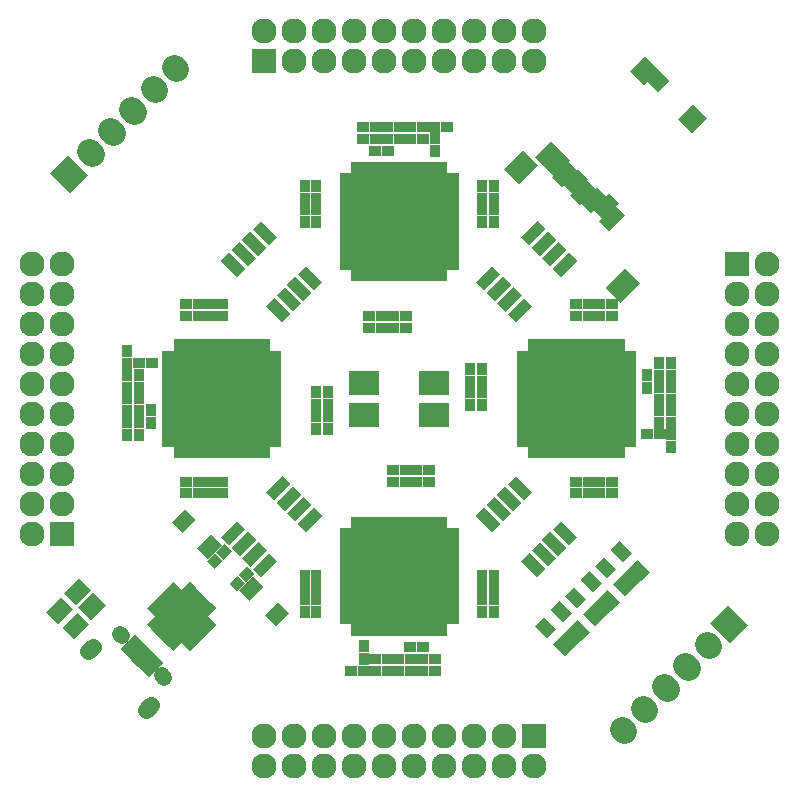
<source format=gbr>
G04 #@! TF.FileFunction,Soldermask,Top*
%FSLAX46Y46*%
G04 Gerber Fmt 4.6, Leading zero omitted, Abs format (unit mm)*
G04 Created by KiCad (PCBNEW 4.0.6-e0-6349~53~ubuntu14.04.1) date Tue Mar 21 08:09:45 2017*
%MOMM*%
%LPD*%
G01*
G04 APERTURE LIST*
%ADD10C,0.100000*%
%ADD11R,2.127200X2.127200*%
%ADD12O,2.127200X2.127200*%
%ADD13R,1.250000X0.700000*%
%ADD14R,0.700000X1.250000*%
%ADD15R,2.237500X2.237500*%
%ADD16R,0.900000X1.000000*%
%ADD17R,1.000000X0.900000*%
%ADD18R,2.500000X2.100000*%
%ADD19C,2.127200*%
%ADD20C,1.350000*%
%ADD21C,1.400000*%
G04 APERTURE END LIST*
D10*
G36*
X164823485Y-126054526D02*
X164081023Y-126796988D01*
X163048647Y-125764612D01*
X163791109Y-125022150D01*
X164823485Y-126054526D01*
X164823485Y-126054526D01*
G37*
G36*
X165495236Y-125382774D02*
X164752774Y-126125236D01*
X163720398Y-125092860D01*
X164462860Y-124350398D01*
X165495236Y-125382774D01*
X165495236Y-125382774D01*
G37*
G36*
X166166988Y-124711023D02*
X165424526Y-125453485D01*
X164392150Y-124421109D01*
X165134612Y-123678647D01*
X166166988Y-124711023D01*
X166166988Y-124711023D01*
G37*
G36*
X164611353Y-123155388D02*
X163868891Y-123897850D01*
X162836515Y-122865474D01*
X163578977Y-122123012D01*
X164611353Y-123155388D01*
X164611353Y-123155388D01*
G37*
G36*
X163267850Y-124498891D02*
X162525388Y-125241353D01*
X161493012Y-124208977D01*
X162235474Y-123466515D01*
X163267850Y-124498891D01*
X163267850Y-124498891D01*
G37*
G36*
X167492969Y-95568049D02*
X169119315Y-93941703D01*
X170392107Y-95214495D01*
X168765761Y-96840841D01*
X167492969Y-95568049D01*
X167492969Y-95568049D01*
G37*
G36*
X158901621Y-85562488D02*
X160527967Y-83936142D01*
X161800759Y-85208934D01*
X160174413Y-86835280D01*
X158901621Y-85562488D01*
X158901621Y-85562488D01*
G37*
G36*
X173574087Y-81284491D02*
X174846879Y-80011699D01*
X176048961Y-81213781D01*
X174776169Y-82486573D01*
X173574087Y-81284491D01*
X173574087Y-81284491D01*
G37*
G36*
X169543579Y-77253982D02*
X170816371Y-75981190D01*
X172018453Y-77183272D01*
X170745661Y-78456064D01*
X169543579Y-77253982D01*
X169543579Y-77253982D01*
G37*
G36*
X166948496Y-89946549D02*
X168291999Y-88603046D01*
X169140528Y-89451575D01*
X167797025Y-90795078D01*
X166948496Y-89946549D01*
X166948496Y-89946549D01*
G37*
G36*
X166453522Y-88885889D02*
X167797025Y-87542386D01*
X168645554Y-88390915D01*
X167302051Y-89734418D01*
X166453522Y-88885889D01*
X166453522Y-88885889D01*
G37*
G36*
X165392861Y-88390914D02*
X166736364Y-87047411D01*
X167584893Y-87895940D01*
X166241390Y-89239443D01*
X165392861Y-88390914D01*
X165392861Y-88390914D01*
G37*
G36*
X164473623Y-87754518D02*
X165817126Y-86411015D01*
X166665655Y-87259544D01*
X165322152Y-88603047D01*
X164473623Y-87754518D01*
X164473623Y-87754518D01*
G37*
G36*
X163837226Y-86835279D02*
X165180729Y-85491776D01*
X166029258Y-86340305D01*
X164685755Y-87683808D01*
X163837226Y-86835279D01*
X163837226Y-86835279D01*
G37*
G36*
X162917988Y-86198883D02*
X164261491Y-84855380D01*
X165110020Y-85703909D01*
X163766517Y-87047412D01*
X162917988Y-86198883D01*
X162917988Y-86198883D01*
G37*
G36*
X162281592Y-85279644D02*
X163625095Y-83936141D01*
X164473624Y-84784670D01*
X163130121Y-86128173D01*
X162281592Y-85279644D01*
X162281592Y-85279644D01*
G37*
G36*
X161503774Y-84501827D02*
X162847277Y-83158324D01*
X163695806Y-84006853D01*
X162352303Y-85350356D01*
X161503774Y-84501827D01*
X161503774Y-84501827D01*
G37*
G36*
X170947185Y-78028264D02*
X171901779Y-77073670D01*
X172891729Y-78063620D01*
X171937135Y-79018214D01*
X170947185Y-78028264D01*
X170947185Y-78028264D01*
G37*
D11*
X161430000Y-133575000D03*
D12*
X161430000Y-136115000D03*
X158890000Y-133575000D03*
X158890000Y-136115000D03*
X156350000Y-133575000D03*
X156350000Y-136115000D03*
X153810000Y-133575000D03*
X153810000Y-136115000D03*
X151270000Y-133575000D03*
X151270000Y-136115000D03*
X148730000Y-133575000D03*
X148730000Y-136115000D03*
X146190000Y-133575000D03*
X146190000Y-136115000D03*
X143650000Y-133575000D03*
X143650000Y-136115000D03*
X141110000Y-133575000D03*
X141110000Y-136115000D03*
X138570000Y-133575000D03*
X138570000Y-136115000D03*
D11*
X121425000Y-116430000D03*
D12*
X118885000Y-116430000D03*
X121425000Y-113890000D03*
X118885000Y-113890000D03*
X121425000Y-111350000D03*
X118885000Y-111350000D03*
X121425000Y-108810000D03*
X118885000Y-108810000D03*
X121425000Y-106270000D03*
X118885000Y-106270000D03*
X121425000Y-103730000D03*
X118885000Y-103730000D03*
X121425000Y-101190000D03*
X118885000Y-101190000D03*
X121425000Y-98650000D03*
X118885000Y-98650000D03*
X121425000Y-96110000D03*
X118885000Y-96110000D03*
X121425000Y-93570000D03*
X118885000Y-93570000D03*
D11*
X138570000Y-76425000D03*
D12*
X138570000Y-73885000D03*
X141110000Y-76425000D03*
X141110000Y-73885000D03*
X143650000Y-76425000D03*
X143650000Y-73885000D03*
X146190000Y-76425000D03*
X146190000Y-73885000D03*
X148730000Y-76425000D03*
X148730000Y-73885000D03*
X151270000Y-76425000D03*
X151270000Y-73885000D03*
X153810000Y-76425000D03*
X153810000Y-73885000D03*
X156350000Y-76425000D03*
X156350000Y-73885000D03*
X158890000Y-76425000D03*
X158890000Y-73885000D03*
X161430000Y-76425000D03*
X161430000Y-73885000D03*
D11*
X178575000Y-93570000D03*
D12*
X181115000Y-93570000D03*
X178575000Y-96110000D03*
X181115000Y-96110000D03*
X178575000Y-98650000D03*
X181115000Y-98650000D03*
X178575000Y-101190000D03*
X181115000Y-101190000D03*
X178575000Y-103730000D03*
X181115000Y-103730000D03*
X178575000Y-106270000D03*
X181115000Y-106270000D03*
X178575000Y-108810000D03*
X181115000Y-108810000D03*
X178575000Y-111350000D03*
X181115000Y-111350000D03*
X178575000Y-113890000D03*
X181115000Y-113890000D03*
X178575000Y-116430000D03*
X181115000Y-116430000D03*
D13*
X154450000Y-123750000D03*
X154450000Y-123250000D03*
X154450000Y-122750000D03*
X154450000Y-122250000D03*
X154450000Y-121750000D03*
X154450000Y-121250000D03*
X154450000Y-120750000D03*
X154450000Y-120250000D03*
X154450000Y-119750000D03*
X154450000Y-119250000D03*
X154450000Y-118750000D03*
X154450000Y-118250000D03*
X154450000Y-117750000D03*
X154450000Y-117250000D03*
X154450000Y-116750000D03*
X154450000Y-116250000D03*
D14*
X153750000Y-115550000D03*
X153250000Y-115550000D03*
X152750000Y-115550000D03*
X152250000Y-115550000D03*
X151750000Y-115550000D03*
X151250000Y-115550000D03*
X150750000Y-115550000D03*
X150250000Y-115550000D03*
X149750000Y-115550000D03*
X149250000Y-115550000D03*
X148750000Y-115550000D03*
X148250000Y-115550000D03*
X147750000Y-115550000D03*
X147250000Y-115550000D03*
X146750000Y-115550000D03*
X146250000Y-115550000D03*
D13*
X145550000Y-116250000D03*
X145550000Y-116750000D03*
X145550000Y-117250000D03*
X145550000Y-117750000D03*
X145550000Y-118250000D03*
X145550000Y-118750000D03*
X145550000Y-119250000D03*
X145550000Y-119750000D03*
X145550000Y-120250000D03*
X145550000Y-120750000D03*
X145550000Y-121250000D03*
X145550000Y-121750000D03*
X145550000Y-122250000D03*
X145550000Y-122750000D03*
X145550000Y-123250000D03*
X145550000Y-123750000D03*
D14*
X146250000Y-124450000D03*
X146750000Y-124450000D03*
X147250000Y-124450000D03*
X147750000Y-124450000D03*
X148250000Y-124450000D03*
X148750000Y-124450000D03*
X149250000Y-124450000D03*
X149750000Y-124450000D03*
X150250000Y-124450000D03*
X150750000Y-124450000D03*
X151250000Y-124450000D03*
X151750000Y-124450000D03*
X152250000Y-124450000D03*
X152750000Y-124450000D03*
X153250000Y-124450000D03*
X153750000Y-124450000D03*
D15*
X147243750Y-117243750D03*
X147243750Y-119081250D03*
X147243750Y-120918750D03*
X147243750Y-122756250D03*
X149081250Y-117243750D03*
X149081250Y-119081250D03*
X149081250Y-120918750D03*
X149081250Y-122756250D03*
X150918750Y-117243750D03*
X150918750Y-119081250D03*
X150918750Y-120918750D03*
X150918750Y-122756250D03*
X152756250Y-117243750D03*
X152756250Y-119081250D03*
X152756250Y-120918750D03*
X152756250Y-122756250D03*
D14*
X131250000Y-109450000D03*
X131750000Y-109450000D03*
X132250000Y-109450000D03*
X132750000Y-109450000D03*
X133250000Y-109450000D03*
X133750000Y-109450000D03*
X134250000Y-109450000D03*
X134750000Y-109450000D03*
X135250000Y-109450000D03*
X135750000Y-109450000D03*
X136250000Y-109450000D03*
X136750000Y-109450000D03*
X137250000Y-109450000D03*
X137750000Y-109450000D03*
X138250000Y-109450000D03*
X138750000Y-109450000D03*
D13*
X139450000Y-108750000D03*
X139450000Y-108250000D03*
X139450000Y-107750000D03*
X139450000Y-107250000D03*
X139450000Y-106750000D03*
X139450000Y-106250000D03*
X139450000Y-105750000D03*
X139450000Y-105250000D03*
X139450000Y-104750000D03*
X139450000Y-104250000D03*
X139450000Y-103750000D03*
X139450000Y-103250000D03*
X139450000Y-102750000D03*
X139450000Y-102250000D03*
X139450000Y-101750000D03*
X139450000Y-101250000D03*
D14*
X138750000Y-100550000D03*
X138250000Y-100550000D03*
X137750000Y-100550000D03*
X137250000Y-100550000D03*
X136750000Y-100550000D03*
X136250000Y-100550000D03*
X135750000Y-100550000D03*
X135250000Y-100550000D03*
X134750000Y-100550000D03*
X134250000Y-100550000D03*
X133750000Y-100550000D03*
X133250000Y-100550000D03*
X132750000Y-100550000D03*
X132250000Y-100550000D03*
X131750000Y-100550000D03*
X131250000Y-100550000D03*
D13*
X130550000Y-101250000D03*
X130550000Y-101750000D03*
X130550000Y-102250000D03*
X130550000Y-102750000D03*
X130550000Y-103250000D03*
X130550000Y-103750000D03*
X130550000Y-104250000D03*
X130550000Y-104750000D03*
X130550000Y-105250000D03*
X130550000Y-105750000D03*
X130550000Y-106250000D03*
X130550000Y-106750000D03*
X130550000Y-107250000D03*
X130550000Y-107750000D03*
X130550000Y-108250000D03*
X130550000Y-108750000D03*
D15*
X137756250Y-102243750D03*
X135918750Y-102243750D03*
X134081250Y-102243750D03*
X132243750Y-102243750D03*
X137756250Y-104081250D03*
X135918750Y-104081250D03*
X134081250Y-104081250D03*
X132243750Y-104081250D03*
X137756250Y-105918750D03*
X135918750Y-105918750D03*
X134081250Y-105918750D03*
X132243750Y-105918750D03*
X137756250Y-107756250D03*
X135918750Y-107756250D03*
X134081250Y-107756250D03*
X132243750Y-107756250D03*
D13*
X145550000Y-86250000D03*
X145550000Y-86750000D03*
X145550000Y-87250000D03*
X145550000Y-87750000D03*
X145550000Y-88250000D03*
X145550000Y-88750000D03*
X145550000Y-89250000D03*
X145550000Y-89750000D03*
X145550000Y-90250000D03*
X145550000Y-90750000D03*
X145550000Y-91250000D03*
X145550000Y-91750000D03*
X145550000Y-92250000D03*
X145550000Y-92750000D03*
X145550000Y-93250000D03*
X145550000Y-93750000D03*
D14*
X146250000Y-94450000D03*
X146750000Y-94450000D03*
X147250000Y-94450000D03*
X147750000Y-94450000D03*
X148250000Y-94450000D03*
X148750000Y-94450000D03*
X149250000Y-94450000D03*
X149750000Y-94450000D03*
X150250000Y-94450000D03*
X150750000Y-94450000D03*
X151250000Y-94450000D03*
X151750000Y-94450000D03*
X152250000Y-94450000D03*
X152750000Y-94450000D03*
X153250000Y-94450000D03*
X153750000Y-94450000D03*
D13*
X154450000Y-93750000D03*
X154450000Y-93250000D03*
X154450000Y-92750000D03*
X154450000Y-92250000D03*
X154450000Y-91750000D03*
X154450000Y-91250000D03*
X154450000Y-90750000D03*
X154450000Y-90250000D03*
X154450000Y-89750000D03*
X154450000Y-89250000D03*
X154450000Y-88750000D03*
X154450000Y-88250000D03*
X154450000Y-87750000D03*
X154450000Y-87250000D03*
X154450000Y-86750000D03*
X154450000Y-86250000D03*
D14*
X153750000Y-85550000D03*
X153250000Y-85550000D03*
X152750000Y-85550000D03*
X152250000Y-85550000D03*
X151750000Y-85550000D03*
X151250000Y-85550000D03*
X150750000Y-85550000D03*
X150250000Y-85550000D03*
X149750000Y-85550000D03*
X149250000Y-85550000D03*
X148750000Y-85550000D03*
X148250000Y-85550000D03*
X147750000Y-85550000D03*
X147250000Y-85550000D03*
X146750000Y-85550000D03*
X146250000Y-85550000D03*
D15*
X152756250Y-92756250D03*
X152756250Y-90918750D03*
X152756250Y-89081250D03*
X152756250Y-87243750D03*
X150918750Y-92756250D03*
X150918750Y-90918750D03*
X150918750Y-89081250D03*
X150918750Y-87243750D03*
X149081250Y-92756250D03*
X149081250Y-90918750D03*
X149081250Y-89081250D03*
X149081250Y-87243750D03*
X147243750Y-92756250D03*
X147243750Y-90918750D03*
X147243750Y-89081250D03*
X147243750Y-87243750D03*
D14*
X168750000Y-100550000D03*
X168250000Y-100550000D03*
X167750000Y-100550000D03*
X167250000Y-100550000D03*
X166750000Y-100550000D03*
X166250000Y-100550000D03*
X165750000Y-100550000D03*
X165250000Y-100550000D03*
X164750000Y-100550000D03*
X164250000Y-100550000D03*
X163750000Y-100550000D03*
X163250000Y-100550000D03*
X162750000Y-100550000D03*
X162250000Y-100550000D03*
X161750000Y-100550000D03*
X161250000Y-100550000D03*
D13*
X160550000Y-101250000D03*
X160550000Y-101750000D03*
X160550000Y-102250000D03*
X160550000Y-102750000D03*
X160550000Y-103250000D03*
X160550000Y-103750000D03*
X160550000Y-104250000D03*
X160550000Y-104750000D03*
X160550000Y-105250000D03*
X160550000Y-105750000D03*
X160550000Y-106250000D03*
X160550000Y-106750000D03*
X160550000Y-107250000D03*
X160550000Y-107750000D03*
X160550000Y-108250000D03*
X160550000Y-108750000D03*
D14*
X161250000Y-109450000D03*
X161750000Y-109450000D03*
X162250000Y-109450000D03*
X162750000Y-109450000D03*
X163250000Y-109450000D03*
X163750000Y-109450000D03*
X164250000Y-109450000D03*
X164750000Y-109450000D03*
X165250000Y-109450000D03*
X165750000Y-109450000D03*
X166250000Y-109450000D03*
X166750000Y-109450000D03*
X167250000Y-109450000D03*
X167750000Y-109450000D03*
X168250000Y-109450000D03*
X168750000Y-109450000D03*
D13*
X169450000Y-108750000D03*
X169450000Y-108250000D03*
X169450000Y-107750000D03*
X169450000Y-107250000D03*
X169450000Y-106750000D03*
X169450000Y-106250000D03*
X169450000Y-105750000D03*
X169450000Y-105250000D03*
X169450000Y-104750000D03*
X169450000Y-104250000D03*
X169450000Y-103750000D03*
X169450000Y-103250000D03*
X169450000Y-102750000D03*
X169450000Y-102250000D03*
X169450000Y-101750000D03*
X169450000Y-101250000D03*
D15*
X162243750Y-107756250D03*
X164081250Y-107756250D03*
X165918750Y-107756250D03*
X167756250Y-107756250D03*
X162243750Y-105918750D03*
X164081250Y-105918750D03*
X165918750Y-105918750D03*
X167756250Y-105918750D03*
X162243750Y-104081250D03*
X164081250Y-104081250D03*
X165918750Y-104081250D03*
X167756250Y-104081250D03*
X162243750Y-102243750D03*
X164081250Y-102243750D03*
X165918750Y-102243750D03*
X167756250Y-102243750D03*
D16*
X158000000Y-121950000D03*
X158000000Y-123050000D03*
X158000000Y-119950000D03*
X158000000Y-121050000D03*
D17*
X151450000Y-111000000D03*
X152550000Y-111000000D03*
X149450000Y-111000000D03*
X150550000Y-111000000D03*
D16*
X157000000Y-121950000D03*
X157000000Y-123050000D03*
X157000000Y-119950000D03*
X157000000Y-121050000D03*
D17*
X151450000Y-112000000D03*
X152550000Y-112000000D03*
X149450000Y-112000000D03*
X150550000Y-112000000D03*
D16*
X143000000Y-123050000D03*
X143000000Y-121950000D03*
X143000000Y-121050000D03*
X143000000Y-119950000D03*
X147000000Y-125950000D03*
X147000000Y-127050000D03*
D17*
X153050000Y-127000000D03*
X151950000Y-127000000D03*
X151050000Y-127000000D03*
X149950000Y-127000000D03*
X149050000Y-127000000D03*
X147950000Y-127000000D03*
X152050000Y-126000000D03*
X150950000Y-126000000D03*
D16*
X142000000Y-123050000D03*
X142000000Y-121950000D03*
X142000000Y-121050000D03*
X142000000Y-119950000D03*
D17*
X153050000Y-128000000D03*
X151950000Y-128000000D03*
X151050000Y-128000000D03*
X149950000Y-128000000D03*
X149050000Y-128000000D03*
X147950000Y-128000000D03*
X147050000Y-128000000D03*
X145950000Y-128000000D03*
X133050000Y-113000000D03*
X131950000Y-113000000D03*
X135050000Y-113000000D03*
X133950000Y-113000000D03*
D16*
X144000000Y-106450000D03*
X144000000Y-107550000D03*
X144000000Y-104450000D03*
X144000000Y-105550000D03*
D17*
X133050000Y-112000000D03*
X131950000Y-112000000D03*
X135050000Y-112000000D03*
X133950000Y-112000000D03*
D16*
X143000000Y-106450000D03*
X143000000Y-107550000D03*
X143000000Y-104450000D03*
X143000000Y-105550000D03*
D17*
X131950000Y-98000000D03*
X133050000Y-98000000D03*
X133950000Y-98000000D03*
X135050000Y-98000000D03*
X129050000Y-102000000D03*
X127950000Y-102000000D03*
D16*
X128000000Y-108050000D03*
X128000000Y-106950000D03*
X128000000Y-106050000D03*
X128000000Y-104950000D03*
X128000000Y-104050000D03*
X128000000Y-102950000D03*
X129000000Y-107050000D03*
X129000000Y-105950000D03*
D17*
X131950000Y-97000000D03*
X133050000Y-97000000D03*
X133950000Y-97000000D03*
X135050000Y-97000000D03*
D16*
X127000000Y-108050000D03*
X127000000Y-106950000D03*
X127000000Y-106050000D03*
X127000000Y-104950000D03*
X127000000Y-104050000D03*
X127000000Y-102950000D03*
X127000000Y-102050000D03*
X127000000Y-100950000D03*
X142000000Y-88050000D03*
X142000000Y-86950000D03*
X142000000Y-90050000D03*
X142000000Y-88950000D03*
D17*
X148550000Y-99000000D03*
X147450000Y-99000000D03*
X150550000Y-99000000D03*
X149450000Y-99000000D03*
D16*
X143000000Y-88050000D03*
X143000000Y-86950000D03*
X143000000Y-90050000D03*
X143000000Y-88950000D03*
D17*
X148550000Y-98000000D03*
X147450000Y-98000000D03*
X150550000Y-98000000D03*
X149450000Y-98000000D03*
D16*
X157000000Y-86950000D03*
X157000000Y-88050000D03*
X157000000Y-88950000D03*
X157000000Y-90050000D03*
X153000000Y-84050000D03*
X153000000Y-82950000D03*
D17*
X146950000Y-83000000D03*
X148050000Y-83000000D03*
X148950000Y-83000000D03*
X150050000Y-83000000D03*
X150950000Y-83000000D03*
X152050000Y-83000000D03*
X147950000Y-84000000D03*
X149050000Y-84000000D03*
D16*
X158000000Y-86950000D03*
X158000000Y-88050000D03*
X158000000Y-88950000D03*
X158000000Y-90050000D03*
D17*
X146950000Y-82000000D03*
X148050000Y-82000000D03*
X148950000Y-82000000D03*
X150050000Y-82000000D03*
X150950000Y-82000000D03*
X152050000Y-82000000D03*
X152950000Y-82000000D03*
X154050000Y-82000000D03*
X166950000Y-97000000D03*
X168050000Y-97000000D03*
X164950000Y-97000000D03*
X166050000Y-97000000D03*
D16*
X156000000Y-103550000D03*
X156000000Y-102450000D03*
X156000000Y-105550000D03*
X156000000Y-104450000D03*
D17*
X166950000Y-98000000D03*
X168050000Y-98000000D03*
X164950000Y-98000000D03*
X166050000Y-98000000D03*
D16*
X157000000Y-103550000D03*
X157000000Y-102450000D03*
X157000000Y-105550000D03*
X157000000Y-104450000D03*
D17*
X168050000Y-112000000D03*
X166950000Y-112000000D03*
X166050000Y-112000000D03*
X164950000Y-112000000D03*
X170950000Y-108000000D03*
X172050000Y-108000000D03*
D16*
X172000000Y-101950000D03*
X172000000Y-103050000D03*
X172000000Y-103950000D03*
X172000000Y-105050000D03*
X172000000Y-105950000D03*
X172000000Y-107050000D03*
X171000000Y-102950000D03*
X171000000Y-104050000D03*
D17*
X168050000Y-113000000D03*
X166950000Y-113000000D03*
X166050000Y-113000000D03*
X164950000Y-113000000D03*
D16*
X173000000Y-101950000D03*
X173000000Y-103050000D03*
X173000000Y-103950000D03*
X173000000Y-105050000D03*
X173000000Y-105950000D03*
X173000000Y-107050000D03*
X173000000Y-107950000D03*
X173000000Y-109050000D03*
D10*
G36*
X167363485Y-123514526D02*
X166621023Y-124256988D01*
X165588647Y-123224612D01*
X166331109Y-122482150D01*
X167363485Y-123514526D01*
X167363485Y-123514526D01*
G37*
G36*
X168035236Y-122842774D02*
X167292774Y-123585236D01*
X166260398Y-122552860D01*
X167002860Y-121810398D01*
X168035236Y-122842774D01*
X168035236Y-122842774D01*
G37*
G36*
X168706988Y-122171023D02*
X167964526Y-122913485D01*
X166932150Y-121881109D01*
X167674612Y-121138647D01*
X168706988Y-122171023D01*
X168706988Y-122171023D01*
G37*
G36*
X167151353Y-120615388D02*
X166408891Y-121357850D01*
X165376515Y-120325474D01*
X166118977Y-119583012D01*
X167151353Y-120615388D01*
X167151353Y-120615388D01*
G37*
G36*
X165807850Y-121958891D02*
X165065388Y-122701353D01*
X164033012Y-121668977D01*
X164775474Y-120926515D01*
X165807850Y-121958891D01*
X165807850Y-121958891D01*
G37*
G36*
X169903485Y-120974526D02*
X169161023Y-121716988D01*
X168128647Y-120684612D01*
X168871109Y-119942150D01*
X169903485Y-120974526D01*
X169903485Y-120974526D01*
G37*
G36*
X170575236Y-120302774D02*
X169832774Y-121045236D01*
X168800398Y-120012860D01*
X169542860Y-119270398D01*
X170575236Y-120302774D01*
X170575236Y-120302774D01*
G37*
G36*
X171246988Y-119631023D02*
X170504526Y-120373485D01*
X169472150Y-119341109D01*
X170214612Y-118598647D01*
X171246988Y-119631023D01*
X171246988Y-119631023D01*
G37*
G36*
X169691353Y-118075388D02*
X168948891Y-118817850D01*
X167916515Y-117785474D01*
X168658977Y-117043012D01*
X169691353Y-118075388D01*
X169691353Y-118075388D01*
G37*
G36*
X168347850Y-119418891D02*
X167605388Y-120161353D01*
X166573012Y-119128977D01*
X167315474Y-118386515D01*
X168347850Y-119418891D01*
X168347850Y-119418891D01*
G37*
G36*
X162400133Y-119387103D02*
X161693026Y-120094210D01*
X160314167Y-118715351D01*
X161021274Y-118008244D01*
X162400133Y-119387103D01*
X162400133Y-119387103D01*
G37*
G36*
X163298159Y-118489077D02*
X162591052Y-119196184D01*
X161212193Y-117817325D01*
X161919300Y-117110218D01*
X163298159Y-118489077D01*
X163298159Y-118489077D01*
G37*
G36*
X164196184Y-117591052D02*
X163489077Y-118298159D01*
X162110218Y-116919300D01*
X162817325Y-116212193D01*
X164196184Y-117591052D01*
X164196184Y-117591052D01*
G37*
G36*
X165094210Y-116693026D02*
X164387103Y-117400133D01*
X163008244Y-116021274D01*
X163715351Y-115314167D01*
X165094210Y-116693026D01*
X165094210Y-116693026D01*
G37*
G36*
X161275833Y-112874649D02*
X160568726Y-113581756D01*
X159189867Y-112202897D01*
X159896974Y-111495790D01*
X161275833Y-112874649D01*
X161275833Y-112874649D01*
G37*
G36*
X160377807Y-113772675D02*
X159670700Y-114479782D01*
X158291841Y-113100923D01*
X158998948Y-112393816D01*
X160377807Y-113772675D01*
X160377807Y-113772675D01*
G37*
G36*
X159479782Y-114670700D02*
X158772675Y-115377807D01*
X157393816Y-113998948D01*
X158100923Y-113291841D01*
X159479782Y-114670700D01*
X159479782Y-114670700D01*
G37*
G36*
X158581756Y-115568726D02*
X157874649Y-116275833D01*
X156495790Y-114896974D01*
X157202897Y-114189867D01*
X158581756Y-115568726D01*
X158581756Y-115568726D01*
G37*
G36*
X135612897Y-117400133D02*
X134905790Y-116693026D01*
X136284649Y-115314167D01*
X136991756Y-116021274D01*
X135612897Y-117400133D01*
X135612897Y-117400133D01*
G37*
G36*
X136510923Y-118298159D02*
X135803816Y-117591052D01*
X137182675Y-116212193D01*
X137889782Y-116919300D01*
X136510923Y-118298159D01*
X136510923Y-118298159D01*
G37*
G36*
X137408948Y-119196184D02*
X136701841Y-118489077D01*
X138080700Y-117110218D01*
X138787807Y-117817325D01*
X137408948Y-119196184D01*
X137408948Y-119196184D01*
G37*
G36*
X138306974Y-120094210D02*
X137599867Y-119387103D01*
X138978726Y-118008244D01*
X139685833Y-118715351D01*
X138306974Y-120094210D01*
X138306974Y-120094210D01*
G37*
G36*
X142125351Y-116275833D02*
X141418244Y-115568726D01*
X142797103Y-114189867D01*
X143504210Y-114896974D01*
X142125351Y-116275833D01*
X142125351Y-116275833D01*
G37*
G36*
X141227325Y-115377807D02*
X140520218Y-114670700D01*
X141899077Y-113291841D01*
X142606184Y-113998948D01*
X141227325Y-115377807D01*
X141227325Y-115377807D01*
G37*
G36*
X140329300Y-114479782D02*
X139622193Y-113772675D01*
X141001052Y-112393816D01*
X141708159Y-113100923D01*
X140329300Y-114479782D01*
X140329300Y-114479782D01*
G37*
G36*
X139431274Y-113581756D02*
X138724167Y-112874649D01*
X140103026Y-111495790D01*
X140810133Y-112202897D01*
X139431274Y-113581756D01*
X139431274Y-113581756D01*
G37*
G36*
X137599867Y-90612897D02*
X138306974Y-89905790D01*
X139685833Y-91284649D01*
X138978726Y-91991756D01*
X137599867Y-90612897D01*
X137599867Y-90612897D01*
G37*
G36*
X136701841Y-91510923D02*
X137408948Y-90803816D01*
X138787807Y-92182675D01*
X138080700Y-92889782D01*
X136701841Y-91510923D01*
X136701841Y-91510923D01*
G37*
G36*
X135803816Y-92408948D02*
X136510923Y-91701841D01*
X137889782Y-93080700D01*
X137182675Y-93787807D01*
X135803816Y-92408948D01*
X135803816Y-92408948D01*
G37*
G36*
X134905790Y-93306974D02*
X135612897Y-92599867D01*
X136991756Y-93978726D01*
X136284649Y-94685833D01*
X134905790Y-93306974D01*
X134905790Y-93306974D01*
G37*
G36*
X138724167Y-97125351D02*
X139431274Y-96418244D01*
X140810133Y-97797103D01*
X140103026Y-98504210D01*
X138724167Y-97125351D01*
X138724167Y-97125351D01*
G37*
G36*
X139622193Y-96227325D02*
X140329300Y-95520218D01*
X141708159Y-96899077D01*
X141001052Y-97606184D01*
X139622193Y-96227325D01*
X139622193Y-96227325D01*
G37*
G36*
X140520218Y-95329300D02*
X141227325Y-94622193D01*
X142606184Y-96001052D01*
X141899077Y-96708159D01*
X140520218Y-95329300D01*
X140520218Y-95329300D01*
G37*
G36*
X141418244Y-94431274D02*
X142125351Y-93724167D01*
X143504210Y-95103026D01*
X142797103Y-95810133D01*
X141418244Y-94431274D01*
X141418244Y-94431274D01*
G37*
G36*
X164387103Y-92599867D02*
X165094210Y-93306974D01*
X163715351Y-94685833D01*
X163008244Y-93978726D01*
X164387103Y-92599867D01*
X164387103Y-92599867D01*
G37*
G36*
X163489077Y-91701841D02*
X164196184Y-92408948D01*
X162817325Y-93787807D01*
X162110218Y-93080700D01*
X163489077Y-91701841D01*
X163489077Y-91701841D01*
G37*
G36*
X162591052Y-90803816D02*
X163298159Y-91510923D01*
X161919300Y-92889782D01*
X161212193Y-92182675D01*
X162591052Y-90803816D01*
X162591052Y-90803816D01*
G37*
G36*
X161693026Y-89905790D02*
X162400133Y-90612897D01*
X161021274Y-91991756D01*
X160314167Y-91284649D01*
X161693026Y-89905790D01*
X161693026Y-89905790D01*
G37*
G36*
X157874649Y-93724167D02*
X158581756Y-94431274D01*
X157202897Y-95810133D01*
X156495790Y-95103026D01*
X157874649Y-93724167D01*
X157874649Y-93724167D01*
G37*
G36*
X158772675Y-94622193D02*
X159479782Y-95329300D01*
X158100923Y-96708159D01*
X157393816Y-96001052D01*
X158772675Y-94622193D01*
X158772675Y-94622193D01*
G37*
G36*
X159670700Y-95520218D02*
X160377807Y-96227325D01*
X158998948Y-97606184D01*
X158291841Y-96899077D01*
X159670700Y-95520218D01*
X159670700Y-95520218D01*
G37*
G36*
X160568726Y-96418244D02*
X161275833Y-97125351D01*
X159896974Y-98504210D01*
X159189867Y-97797103D01*
X160568726Y-96418244D01*
X160568726Y-96418244D01*
G37*
D18*
X147050000Y-106350000D03*
X152950000Y-106350000D03*
X152950000Y-103650000D03*
X147050000Y-103650000D03*
D10*
G36*
X122167763Y-87561921D02*
X120448079Y-85842237D01*
X121952237Y-84338079D01*
X123671921Y-86057763D01*
X122167763Y-87561921D01*
X122167763Y-87561921D01*
G37*
D19*
X123748288Y-84046186D02*
X123963814Y-84261712D01*
X125544339Y-82250135D02*
X125759865Y-82465661D01*
X127340391Y-80454083D02*
X127555917Y-80669609D01*
X129136442Y-78658032D02*
X129351968Y-78873558D01*
X130932493Y-76861981D02*
X131148019Y-77077507D01*
D10*
G36*
X177832237Y-122438079D02*
X179551921Y-124157763D01*
X178047763Y-125661921D01*
X176328079Y-123942237D01*
X177832237Y-122438079D01*
X177832237Y-122438079D01*
G37*
D19*
X176251712Y-125953814D02*
X176036186Y-125738288D01*
X174455661Y-127749865D02*
X174240135Y-127534339D01*
X172659609Y-129545917D02*
X172444083Y-129330391D01*
X170863558Y-131341968D02*
X170648032Y-131126442D01*
X169067507Y-133138019D02*
X168851981Y-132922493D01*
D10*
G36*
X138619498Y-123340011D02*
X139765011Y-122194498D01*
X140691320Y-123120807D01*
X139545807Y-124266320D01*
X138619498Y-123340011D01*
X138619498Y-123340011D01*
G37*
G36*
X136448680Y-121169193D02*
X137594193Y-120023680D01*
X138520502Y-120949989D01*
X137374989Y-122095502D01*
X136448680Y-121169193D01*
X136448680Y-121169193D01*
G37*
G36*
X132805502Y-115234989D02*
X131659989Y-116380502D01*
X130733680Y-115454193D01*
X131879193Y-114308680D01*
X132805502Y-115234989D01*
X132805502Y-115234989D01*
G37*
G36*
X134976320Y-117405807D02*
X133830807Y-118551320D01*
X132904498Y-117625011D01*
X134050011Y-116479498D01*
X134976320Y-117405807D01*
X134976320Y-117405807D01*
G37*
G36*
X129127804Y-124599404D02*
X128632829Y-124104429D01*
X129516712Y-123220546D01*
X130011687Y-123715521D01*
X129127804Y-124599404D01*
X129127804Y-124599404D01*
G37*
G36*
X129481358Y-124952957D02*
X128986383Y-124457982D01*
X129870266Y-123574099D01*
X130365241Y-124069074D01*
X129481358Y-124952957D01*
X129481358Y-124952957D01*
G37*
G36*
X129834911Y-125306511D02*
X129339936Y-124811536D01*
X130223819Y-123927653D01*
X130718794Y-124422628D01*
X129834911Y-125306511D01*
X129834911Y-125306511D01*
G37*
G36*
X130188464Y-125660064D02*
X129693489Y-125165089D01*
X130577372Y-124281206D01*
X131072347Y-124776181D01*
X130188464Y-125660064D01*
X130188464Y-125660064D01*
G37*
G36*
X130542018Y-126013617D02*
X130047043Y-125518642D01*
X130930926Y-124634759D01*
X131425901Y-125129734D01*
X130542018Y-126013617D01*
X130542018Y-126013617D01*
G37*
G36*
X130895571Y-126367171D02*
X130400596Y-125872196D01*
X131284479Y-124988313D01*
X131779454Y-125483288D01*
X130895571Y-126367171D01*
X130895571Y-126367171D01*
G37*
G36*
X132769404Y-125872196D02*
X132274429Y-126367171D01*
X131390546Y-125483288D01*
X131885521Y-124988313D01*
X132769404Y-125872196D01*
X132769404Y-125872196D01*
G37*
G36*
X133122957Y-125518642D02*
X132627982Y-126013617D01*
X131744099Y-125129734D01*
X132239074Y-124634759D01*
X133122957Y-125518642D01*
X133122957Y-125518642D01*
G37*
G36*
X133476511Y-125165089D02*
X132981536Y-125660064D01*
X132097653Y-124776181D01*
X132592628Y-124281206D01*
X133476511Y-125165089D01*
X133476511Y-125165089D01*
G37*
G36*
X133830064Y-124811536D02*
X133335089Y-125306511D01*
X132451206Y-124422628D01*
X132946181Y-123927653D01*
X133830064Y-124811536D01*
X133830064Y-124811536D01*
G37*
G36*
X134183617Y-124457982D02*
X133688642Y-124952957D01*
X132804759Y-124069074D01*
X133299734Y-123574099D01*
X134183617Y-124457982D01*
X134183617Y-124457982D01*
G37*
G36*
X134537171Y-124104429D02*
X134042196Y-124599404D01*
X133158313Y-123715521D01*
X133653288Y-123220546D01*
X134537171Y-124104429D01*
X134537171Y-124104429D01*
G37*
G36*
X133653288Y-123609454D02*
X133158313Y-123114479D01*
X134042196Y-122230596D01*
X134537171Y-122725571D01*
X133653288Y-123609454D01*
X133653288Y-123609454D01*
G37*
G36*
X133299734Y-123255901D02*
X132804759Y-122760926D01*
X133688642Y-121877043D01*
X134183617Y-122372018D01*
X133299734Y-123255901D01*
X133299734Y-123255901D01*
G37*
G36*
X132946181Y-122902347D02*
X132451206Y-122407372D01*
X133335089Y-121523489D01*
X133830064Y-122018464D01*
X132946181Y-122902347D01*
X132946181Y-122902347D01*
G37*
G36*
X132592628Y-122548794D02*
X132097653Y-122053819D01*
X132981536Y-121169936D01*
X133476511Y-121664911D01*
X132592628Y-122548794D01*
X132592628Y-122548794D01*
G37*
G36*
X132239074Y-122195241D02*
X131744099Y-121700266D01*
X132627982Y-120816383D01*
X133122957Y-121311358D01*
X132239074Y-122195241D01*
X132239074Y-122195241D01*
G37*
G36*
X131885521Y-121841687D02*
X131390546Y-121346712D01*
X132274429Y-120462829D01*
X132769404Y-120957804D01*
X131885521Y-121841687D01*
X131885521Y-121841687D01*
G37*
G36*
X131779454Y-121346712D02*
X131284479Y-121841687D01*
X130400596Y-120957804D01*
X130895571Y-120462829D01*
X131779454Y-121346712D01*
X131779454Y-121346712D01*
G37*
G36*
X131425901Y-121700266D02*
X130930926Y-122195241D01*
X130047043Y-121311358D01*
X130542018Y-120816383D01*
X131425901Y-121700266D01*
X131425901Y-121700266D01*
G37*
G36*
X131072347Y-122053819D02*
X130577372Y-122548794D01*
X129693489Y-121664911D01*
X130188464Y-121169936D01*
X131072347Y-122053819D01*
X131072347Y-122053819D01*
G37*
G36*
X130718794Y-122407372D02*
X130223819Y-122902347D01*
X129339936Y-122018464D01*
X129834911Y-121523489D01*
X130718794Y-122407372D01*
X130718794Y-122407372D01*
G37*
G36*
X130365241Y-122760926D02*
X129870266Y-123255901D01*
X128986383Y-122372018D01*
X129481358Y-121877043D01*
X130365241Y-122760926D01*
X130365241Y-122760926D01*
G37*
G36*
X130011687Y-123114479D02*
X129516712Y-123609454D01*
X128632829Y-122725571D01*
X129127804Y-122230596D01*
X130011687Y-123114479D01*
X130011687Y-123114479D01*
G37*
G36*
X132504239Y-124617082D02*
X131302157Y-123415000D01*
X132504239Y-122212918D01*
X133706321Y-123415000D01*
X132504239Y-124617082D01*
X132504239Y-124617082D01*
G37*
G36*
X131585000Y-123697843D02*
X130382918Y-122495761D01*
X131585000Y-121293679D01*
X132787082Y-122495761D01*
X131585000Y-123697843D01*
X131585000Y-123697843D01*
G37*
G36*
X131585000Y-125536321D02*
X130382918Y-124334239D01*
X131585000Y-123132157D01*
X132787082Y-124334239D01*
X131585000Y-125536321D01*
X131585000Y-125536321D01*
G37*
G36*
X130665761Y-124617082D02*
X129463679Y-123415000D01*
X130665761Y-122212918D01*
X131867843Y-123415000D01*
X130665761Y-124617082D01*
X130665761Y-124617082D01*
G37*
G36*
X126989131Y-126736803D02*
X126423446Y-126171118D01*
X127660883Y-124933681D01*
X128226568Y-125499366D01*
X126989131Y-126736803D01*
X126989131Y-126736803D01*
G37*
G36*
X127448751Y-127196423D02*
X126883066Y-126630738D01*
X128120503Y-125393301D01*
X128686188Y-125958986D01*
X127448751Y-127196423D01*
X127448751Y-127196423D01*
G37*
G36*
X127908370Y-127656042D02*
X127342685Y-127090357D01*
X128580122Y-125852920D01*
X129145807Y-126418605D01*
X127908370Y-127656042D01*
X127908370Y-127656042D01*
G37*
G36*
X128367990Y-128115661D02*
X127802305Y-127549976D01*
X129039742Y-126312539D01*
X129605427Y-126878224D01*
X128367990Y-128115661D01*
X128367990Y-128115661D01*
G37*
G36*
X128827609Y-128575281D02*
X128261924Y-128009596D01*
X129499361Y-126772159D01*
X130065046Y-127337844D01*
X128827609Y-128575281D01*
X128827609Y-128575281D01*
G37*
D20*
X126370413Y-124880648D02*
X126582545Y-125092780D01*
X129905947Y-128416182D02*
X130118079Y-128628314D01*
D21*
X123665730Y-126383250D02*
X124054638Y-125994342D01*
X128615478Y-131332997D02*
X129004386Y-130944089D01*
D10*
G36*
X125218417Y-122475569D02*
X123945950Y-123748036D01*
X122815371Y-122617457D01*
X124087838Y-121344990D01*
X125218417Y-122475569D01*
X125218417Y-122475569D01*
G37*
G36*
X123932444Y-121189597D02*
X122659977Y-122462064D01*
X121669490Y-121471577D01*
X122941957Y-120199110D01*
X123932444Y-121189597D01*
X123932444Y-121189597D01*
G37*
G36*
X122377064Y-122744977D02*
X121104597Y-124017444D01*
X120114110Y-123026957D01*
X121386577Y-121754490D01*
X122377064Y-122744977D01*
X122377064Y-122744977D01*
G37*
G36*
X123720510Y-124088423D02*
X122448043Y-125360890D01*
X121457556Y-124370403D01*
X122730023Y-123097936D01*
X123720510Y-124088423D01*
X123720510Y-124088423D01*
G37*
G36*
X137089264Y-119179340D02*
X137725660Y-119815736D01*
X137018554Y-120522842D01*
X136382158Y-119886446D01*
X137089264Y-119179340D01*
X137089264Y-119179340D01*
G37*
G36*
X136311446Y-119957158D02*
X136947842Y-120593554D01*
X136240736Y-121300660D01*
X135604340Y-120664264D01*
X136311446Y-119957158D01*
X136311446Y-119957158D01*
G37*
G36*
X135184264Y-117274340D02*
X135820660Y-117910736D01*
X135113554Y-118617842D01*
X134477158Y-117981446D01*
X135184264Y-117274340D01*
X135184264Y-117274340D01*
G37*
G36*
X134406446Y-118052158D02*
X135042842Y-118688554D01*
X134335736Y-119395660D01*
X133699340Y-118759264D01*
X134406446Y-118052158D01*
X134406446Y-118052158D01*
G37*
M02*

</source>
